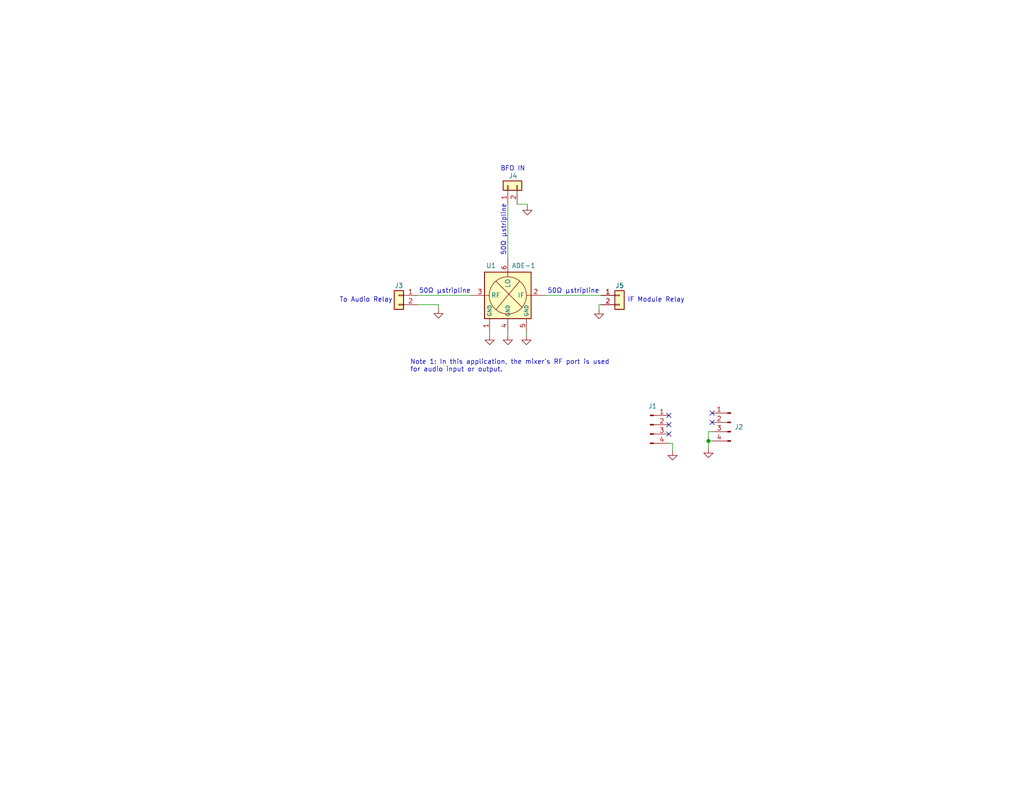
<source format=kicad_sch>
(kicad_sch (version 20211123) (generator eeschema)
  (paper "USLetter")
  (title_block (title "Pssst BFO Mixer") (date "2023-07-23") (rev "A"))
  (lib_symbols
    (symbol "K7TFC:ADE-1"
      (property "Reference" "U" (at -6.35 7.62 0))
      (property "Value" "ADE-1" (at -11.43 -3.81 0))
      (symbol "ADE-1_0_1"
        (rectangle (start -6.35 6.35) (end 6.35 -6.35) (stroke (width 0.254)) (fill (type background)))
        (polyline (pts (xy -3.175 -3.81) (xy 3.175 3.81)))
        (polyline (pts (xy 3.81 -3.175) (xy -3.175 3.81)))
        (circle (center 0 0) (radius 5.08))
      )
      (symbol "ADE-1_1_1"
        (pin power_in line (at -4.953 -10.16 90) (length 3.81) (name "GND") (number "1"))
        (pin output line (at 10.16 0 180) (length 5.08) (name "IF") (number "2"))
        (pin input line (at -10.16 0 0) (length 5.08) (name "RF") (number "3"))
        (pin power_in line (at 0 -10.16 90) (length 3.81) (name "GND") (number "4"))
        (pin power_in line (at 5.08 -10.16 90) (length 3.81) (name "GND") (number "5"))
        (pin input line (at 0 10.16 270) (length 5.08) (name "LO") (number "6"))
      )
    )
    (symbol "K7TFC_Connectors:Conn_01x02" (pin_names (offset 1.016) hide)
      (property "Reference" "J" (at 0 2.54 0))
      (property "Value" "Conn_01x02" (at 0 -5.08 0))
      (symbol "Conn_01x02_1_1"
        (rectangle (start -1.27 -2.413) (end 0 -2.667) (stroke (width 0.1524)))
        (rectangle (start -1.27 0.127) (end 0 -0.127) (stroke (width 0.1524)))
        (rectangle (start -1.27 1.27) (end 1.27 -3.81) (stroke (width 0.254)) (fill (type background)))
        (pin passive line (at -5.08 0 0) (length 3.81) (name "Pin_1") (number "1"))
        (pin passive line (at -5.08 -2.54 0) (length 3.81) (name "Pin_2") (number "2"))
      )
    )
    (symbol "K7TFC_Connectors:Conn_01x04_Male" (pin_names (offset 1.016) hide)
      (property "Reference" "J" (at 0 5.08 0))
      (property "Value" "Conn_01x04_Male" (at 0 -7.62 0))
      (symbol "Conn_01x04_Male_1_1"
        (polyline (pts (xy 1.27 -5.08) (xy 0.8636 -5.08)) (stroke (width 0.1524)))
        (polyline (pts (xy 1.27 -2.54) (xy 0.8636 -2.54)) (stroke (width 0.1524)))
        (polyline (pts (xy 1.27 0) (xy 0.8636 0)) (stroke (width 0.1524)))
        (polyline (pts (xy 1.27 2.54) (xy 0.8636 2.54)) (stroke (width 0.1524)))
        (rectangle (start 0.8636 -4.953) (end 0 -5.207) (stroke (width 0.1524)) (fill (type outline)))
        (rectangle (start 0.8636 -2.413) (end 0 -2.667) (stroke (width 0.1524)) (fill (type outline)))
        (rectangle (start 0.8636 0.127) (end 0 -0.127) (stroke (width 0.1524)) (fill (type outline)))
        (rectangle (start 0.8636 2.667) (end 0 2.413) (stroke (width 0.1524)) (fill (type outline)))
        (pin passive line (at 5.08 2.54 180) (length 3.81) (name "Pin_1") (number "1"))
        (pin passive line (at 5.08 0 180) (length 3.81) (name "Pin_2") (number "2"))
        (pin passive line (at 5.08 -2.54 180) (length 3.81) (name "Pin_3") (number "3"))
        (pin passive line (at 5.08 -5.08 180) (length 3.81) (name "Pin_4") (number "4"))
      )
    )
    (symbol "power:GND" (power) (pin_names (offset 0))
      (property "Value" "GND" (at 0 -3.81 0))
      (symbol "GND_0_1"
        (polyline (pts (xy 0 0) (xy 0 -1.27) (xy 1.27 -1.27) (xy 0 -2.54) (xy -1.27 -1.27) (xy 0 -1.27)))
      )
      (symbol "GND_1_1"
        (pin power_in line (at 0 0 270) (length 0) hide (name "GND") (number "1"))
      )
    )
  )
  (junction (at 193.294 120.396))
  (no_connect (at 194.31 112.776))
  (no_connect (at 194.31 115.316))
  (no_connect (at 182.499 118.491))
  (no_connect (at 182.499 113.411))
  (no_connect (at 182.499 115.951))
  (wire (pts (xy 193.294 117.856) (xy 193.294 120.396)))
  (wire (pts (xy 113.919 80.645) (xy 128.397 80.645)))
  (wire (pts (xy 141.097 55.753) (xy 143.891 55.753)))
  (wire (pts (xy 138.557 55.753) (xy 138.557 70.485)))
  (wire (pts (xy 148.717 80.645) (xy 163.957 80.645)))
  (wire (pts (xy 143.637 90.805) (xy 143.637 91.567)))
  (wire (pts (xy 163.449 83.185) (xy 163.449 84.455)))
  (wire (pts (xy 183.515 121.031) (xy 183.515 123.063)))
  (wire (pts (xy 183.515 121.031) (xy 182.499 121.031)))
  (wire (pts (xy 143.891 55.753) (xy 143.891 56.134)))
  (wire (pts (xy 113.919 83.185) (xy 119.634 83.185)))
  (wire (pts (xy 119.634 83.185) (xy 119.634 84.328)))
  (wire (pts (xy 133.604 90.805) (xy 133.604 91.567)))
  (wire (pts (xy 138.557 90.805) (xy 138.557 91.567)))
  (wire (pts (xy 163.449 83.185) (xy 163.957 83.185)))
  (wire (pts (xy 193.294 120.396) (xy 193.294 122.428)))
  (wire (pts (xy 193.294 120.396) (xy 194.31 120.396)))
  (wire (pts (xy 194.31 117.856) (xy 193.294 117.856)))
  (text "IF Module Relay" (at 171.196 82.677 0) (effects (font (size 1.27 1.27)) (justify left bottom)))
  (text "50Ω μstripline" (at 149.352 80.264 0) (effects (font (size 1.27 1.27)) (justify left bottom)))
  (text "To Audio Relay" (at 92.583 82.677 0) (effects (font (size 1.27 1.27)) (justify left bottom)))
  (text "BFO IN" (at 136.525 46.863 0) (effects (font (size 1.27 1.27)) (justify left bottom)))
  (text "50Ω μstripline" (at 138.176 69.85 90) (effects (font (size 1.27 1.27)) (justify left bottom)))
  (text "50Ω μstripline" (at 114.3 80.264 0) (effects (font (size 1.27 1.27)) (justify left bottom)))
  (text "Note 1: In this application, the mixer's RF port is used\nfor audio input or output." (at 111.887 101.727 0) (effects (font (size 1.27 1.27)) (justify left bottom)))
  (symbol (lib_id "K7TFC_Connectors:Conn_01x02") (at 108.839 80.645 0) (mirror y) (unit 1)
    (property "Reference" "J3" (at 108.839 77.978 0))
    (property "Value" "Conn_01x02" (effects hide))
    (property "Footprint" "K7TFC:SMA_EdgeMount_0.062_Samtec_wHoles" (effects hide))
  )
  (symbol (lib_id "power:GND") (at 193.294 122.428 0) (unit 1)
    (property "Reference" "#PWR0101" (effects hide))
    (property "Value" "GND" (effects hide))
  )
  (symbol (lib_id "K7TFC_Connectors:Conn_01x04_Male") (at 199.39 115.316 0) (mirror y) (unit 1)
    (property "Reference" "J2" (at 200.406 116.5859 0) (effects (justify right)))
    (property "Value" "Conn_01x04_Male" (effects hide))
    (property "Footprint" "Connector_PinHeader_2.54mm:PinHeader_1x04_P2.54mm_Vertical" (effects hide))
  )
  (symbol (lib_id "power:GND") (at 138.557 91.567 0) (mirror y) (unit 1)
    (property "Reference" "#PWR0107" (effects hide))
    (property "Value" "GND" (effects hide))
  )
  (symbol (lib_id "K7TFC_Connectors:Conn_01x04_Male") (at 177.419 115.951 0) (unit 1)
    (property "Reference" "J1" (at 178.054 110.871 0))
    (property "Value" "Conn_01x04_Male" (effects hide))
    (property "Footprint" "Connector_PinHeader_2.54mm:PinHeader_1x04_P2.54mm_Vertical" (effects hide))
  )
  (symbol (lib_id "power:GND") (at 183.515 123.063 0) (mirror y) (unit 1)
    (property "Reference" "#PWR0102" (effects hide))
    (property "Value" "GND" (effects hide))
  )
  (symbol (lib_id "power:GND") (at 119.634 84.328 0) (mirror y) (unit 1)
    (property "Reference" "#PWR0105" (effects hide))
    (property "Value" "GND" (effects hide))
  )
  (symbol (lib_id "power:GND") (at 143.891 56.134 0) (mirror y) (unit 1)
    (property "Reference" "#PWR0104" (effects hide))
    (property "Value" "GND" (effects hide))
  )
  (symbol (lib_id "power:GND") (at 133.604 91.567 0) (mirror y) (unit 1)
    (property "Reference" "#PWR0108" (effects hide))
    (property "Value" "GND" (effects hide))
  )
  (symbol (lib_id "power:GND") (at 163.449 84.455 0) (mirror y) (unit 1)
    (property "Reference" "#PWR0103" (effects hide))
    (property "Value" "GND" (effects hide))
  )
  (symbol (lib_id "K7TFC_Connectors:Conn_01x02") (at 169.037 80.645 0) (unit 1)
    (property "Reference" "J5" (at 167.894 77.978 0) (effects (justify left)))
    (property "Value" "Conn_01x02" (effects hide))
    (property "Footprint" "K7TFC:SMA_EdgeMount_0.062_Samtec_wHoles" (effects hide))
  )
  (symbol (lib_id "K7TFC:ADE-1") (at 138.557 80.645 0) (unit 1)
    (property "Reference" "U1" (at 133.985 72.517 0))
    (property "Value" "ADE-1" (at 142.875 72.517 0))
    (property "Footprint" "K7TFC:Mini-Circuits_ADE-1_CD636" (effects hide))
  )
  (symbol (lib_id "power:GND") (at 143.637 91.567 0) (mirror y) (unit 1)
    (property "Reference" "#PWR0106" (effects hide))
    (property "Value" "GND" (effects hide))
  )
  (symbol (lib_id "K7TFC_Connectors:Conn_01x02") (at 138.557 50.673 90) (unit 1)
    (property "Reference" "J4" (at 138.811 48.006 90) (effects (justify right)))
    (property "Value" "Conn_01x02" (effects hide))
    (property "Footprint" "K7TFC:SMA_EdgeMount_0.062_Samtec_wHoles" (effects hide))
  )
)
</source>
